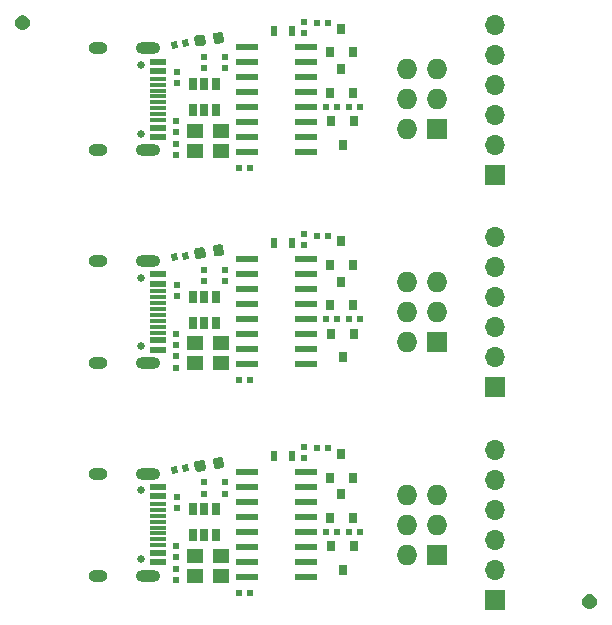
<source format=gts>
%MOIN*%
%OFA0B0*%
%FSLAX46Y46*%
%IPPOS*%
%LPD*%
%ADD10R,0.031496062992125991X0.035433070866141732*%
%ADD11O,0.068X0.068*%
%ADD12R,0.068X0.068*%
%ADD13O,0.066929133858267723X0.066929133858267723*%
%ADD14R,0.066929133858267723X0.066929133858267723*%
%ADD15R,0.055118110236220472X0.047244094488188976*%
%ADD16R,0.076771653543307089X0.023622047244094488*%
%ADD17R,0.025590551181102365X0.041732283464566935*%
%ADD18R,0.01968503937007874X0.023622047244094488*%
%ADD19C,0.0039370078740157488*%
%ADD20R,0.023622047244094488X0.01968503937007874*%
%ADD21R,0.057086614173228349X0.023622047244094488*%
%ADD22O,0.082677165354330714X0.03937007874015748*%
%ADD23O,0.062992125984251982X0.03937007874015748*%
%ADD24C,0.025590551181102365*%
%ADD25R,0.057086614173228349X0.011811023622047244*%
%ADD26R,0.023622047244094488X0.035433070866141732*%
%ADD37R,0.031496062992125991X0.035433070866141732*%
%ADD38O,0.068X0.068*%
%ADD39R,0.068X0.068*%
%ADD40O,0.066929133858267723X0.066929133858267723*%
%ADD41R,0.066929133858267723X0.066929133858267723*%
%ADD42R,0.055118110236220472X0.047244094488188976*%
%ADD43R,0.076771653543307089X0.023622047244094488*%
%ADD44R,0.025590551181102365X0.041732283464566935*%
%ADD45R,0.01968503937007874X0.023622047244094488*%
%ADD46C,0.0039370078740157488*%
%ADD47R,0.023622047244094488X0.01968503937007874*%
%ADD48R,0.057086614173228349X0.023622047244094488*%
%ADD49O,0.082677165354330714X0.03937007874015748*%
%ADD50O,0.062992125984251982X0.03937007874015748*%
%ADD51C,0.025590551181102365*%
%ADD52R,0.057086614173228349X0.011811023622047244*%
%ADD53R,0.023622047244094488X0.035433070866141732*%
%ADD54C,0.0039370078740157488*%
%ADD55C,0.0039370078740157488*%
%ADD56R,0.031496062992125991X0.035433070866141732*%
%ADD57O,0.068X0.068*%
%ADD58R,0.068X0.068*%
%ADD59O,0.066929133858267723X0.066929133858267723*%
%ADD60R,0.066929133858267723X0.066929133858267723*%
%ADD61R,0.055118110236220472X0.047244094488188976*%
%ADD62R,0.076771653543307089X0.023622047244094488*%
%ADD63R,0.025590551181102365X0.041732283464566935*%
%ADD64R,0.01968503937007874X0.023622047244094488*%
%ADD65C,0.0039370078740157488*%
%ADD66R,0.023622047244094488X0.01968503937007874*%
%ADD67R,0.057086614173228349X0.023622047244094488*%
%ADD68O,0.082677165354330714X0.03937007874015748*%
%ADD69O,0.062992125984251982X0.03937007874015748*%
%ADD70C,0.025590551181102365*%
%ADD71R,0.057086614173228349X0.011811023622047244*%
%ADD72R,0.023622047244094488X0.035433070866141732*%
D10*
X-0003700787Y0005669291D02*
X0001122047Y0001967519D03*
X0001159448Y0001888779D03*
X0001084645Y0001888779D03*
D11*
X0001340944Y0001832283D03*
X0001440944Y0001832283D03*
X0001340944Y0001732283D03*
X0001440944Y0001732283D03*
X0001340944Y0001632283D03*
D12*
X0001440944Y0001632283D03*
D13*
X0001633070Y0001980708D03*
X0001633070Y0001880708D03*
X0001633070Y0001780708D03*
X0001633070Y0001680708D03*
X0001633070Y0001580708D03*
D14*
X0001633070Y0001480708D03*
D15*
X0000720472Y0001561023D03*
X0000633858Y0001561023D03*
X0000633858Y0001627952D03*
X0000720472Y0001627952D03*
D16*
X0001002952Y0001907283D03*
X0001002952Y0001857283D03*
X0001002952Y0001807283D03*
X0001002952Y0001757283D03*
X0001002952Y0001707283D03*
X0001002952Y0001657283D03*
X0001002952Y0001607283D03*
X0001002952Y0001557283D03*
X0000808070Y0001557283D03*
X0000808070Y0001607283D03*
X0000808070Y0001657283D03*
X0000808070Y0001707283D03*
X0000808070Y0001757283D03*
X0000808070Y0001807283D03*
X0000808070Y0001857283D03*
X0000808070Y0001907283D03*
D17*
X0000665354Y0001783464D03*
X0000627952Y0001783464D03*
X0000702755Y0001783464D03*
X0000702755Y0001696850D03*
X0000665354Y0001696850D03*
X0000627952Y0001696850D03*
D18*
X0001077559Y0001986220D03*
X0001040551Y0001986220D03*
X0001071062Y0001707677D03*
X0001108070Y0001707677D03*
X0001182874Y0001707677D03*
X0001145866Y0001707677D03*
D19*
G36*
X0000574333Y0001927723D02*
G01*
X0000577825Y0001904361D01*
X0000558356Y0001901451D01*
X0000554864Y0001924814D01*
X0000574333Y0001927723D01*
G37*
G36*
X0000610934Y0001933193D02*
G01*
X0000614426Y0001909831D01*
X0000594957Y0001906921D01*
X0000591466Y0001930284D01*
X0000610934Y0001933193D01*
G37*
D20*
X0000570866Y0001660236D03*
X0000570866Y0001623228D03*
X0000574803Y0001786614D03*
X0000574803Y0001823622D03*
D10*
X0001122047Y0001833661D03*
X0001159448Y0001754921D03*
X0001084645Y0001754921D03*
X0001125984Y0001581692D03*
X0001088582Y0001660433D03*
X0001163385Y0001660433D03*
D21*
X0000511811Y0001826771D03*
X0000511811Y0001637795D03*
X0000511811Y0001606299D03*
X0000511811Y0001858267D03*
D22*
X0000475787Y0001902362D03*
X0000475787Y0001562204D03*
D23*
X0000311220Y0001902362D03*
X0000311220Y0001562204D03*
D24*
X0000454921Y0001618503D03*
X0000454921Y0001846062D03*
D21*
X0000511811Y0001606299D03*
X0000511811Y0001637795D03*
D25*
X0000511811Y0001663385D03*
X0000511811Y0001683070D03*
X0000511811Y0001702755D03*
X0000511811Y0001722440D03*
X0000511811Y0001742125D03*
X0000511811Y0001761811D03*
X0000511811Y0001781496D03*
X0000511811Y0001801181D03*
D21*
X0000511811Y0001826771D03*
X0000511811Y0001858267D03*
D19*
G36*
X0000720046Y0001957424D02*
G01*
X0000720875Y0001957260D01*
X0000721684Y0001957016D01*
X0000722465Y0001956693D01*
X0000723211Y0001956296D01*
X0000723914Y0001955827D01*
X0000724568Y0001955291D01*
X0000725167Y0001954694D01*
X0000725703Y0001954042D01*
X0000726174Y0001953339D01*
X0000726573Y0001952594D01*
X0000726897Y0001951814D01*
X0000727143Y0001951006D01*
X0000727309Y0001950177D01*
X0000730292Y0001930221D01*
X0000730375Y0001929380D01*
X0000730376Y0001928535D01*
X0000730294Y0001927694D01*
X0000730130Y0001926865D01*
X0000729886Y0001926056D01*
X0000729563Y0001925275D01*
X0000729166Y0001924529D01*
X0000728697Y0001923825D01*
X0000728162Y0001923172D01*
X0000727565Y0001922573D01*
X0000726912Y0001922036D01*
X0000726210Y0001921566D01*
X0000725465Y0001921167D01*
X0000724684Y0001920843D01*
X0000723876Y0001920596D01*
X0000723047Y0001920431D01*
X0000706012Y0001917885D01*
X0000705171Y0001917801D01*
X0000704326Y0001917800D01*
X0000703484Y0001917882D01*
X0000702655Y0001918046D01*
X0000701846Y0001918290D01*
X0000701065Y0001918613D01*
X0000700319Y0001919011D01*
X0000699616Y0001919479D01*
X0000698962Y0001920015D01*
X0000698364Y0001920612D01*
X0000697827Y0001921264D01*
X0000697357Y0001921967D01*
X0000696958Y0001922712D01*
X0000696633Y0001923492D01*
X0000696387Y0001924301D01*
X0000696221Y0001925129D01*
X0000693239Y0001945085D01*
X0000693155Y0001945926D01*
X0000693154Y0001946771D01*
X0000693236Y0001947612D01*
X0000693400Y0001948441D01*
X0000693645Y0001949250D01*
X0000693967Y0001950032D01*
X0000694365Y0001950777D01*
X0000694833Y0001951481D01*
X0000695369Y0001952134D01*
X0000695966Y0001952733D01*
X0000696619Y0001953270D01*
X0000697321Y0001953740D01*
X0000698066Y0001954139D01*
X0000698846Y0001954463D01*
X0000699655Y0001954710D01*
X0000700483Y0001954875D01*
X0000717519Y0001957421D01*
X0000718360Y0001957505D01*
X0000719205Y0001957506D01*
X0000720046Y0001957424D01*
G37*
G36*
X0000658719Y0001948259D02*
G01*
X0000659548Y0001948095D01*
X0000660357Y0001947850D01*
X0000661139Y0001947528D01*
X0000661884Y0001947130D01*
X0000662588Y0001946661D01*
X0000663241Y0001946126D01*
X0000663840Y0001945529D01*
X0000664377Y0001944876D01*
X0000664847Y0001944174D01*
X0000665246Y0001943429D01*
X0000665570Y0001942649D01*
X0000665817Y0001941840D01*
X0000665982Y0001941011D01*
X0000668965Y0001921056D01*
X0000669049Y0001920215D01*
X0000669050Y0001919370D01*
X0000668968Y0001918529D01*
X0000668804Y0001917699D01*
X0000668559Y0001916890D01*
X0000668237Y0001916109D01*
X0000667839Y0001915363D01*
X0000667370Y0001914660D01*
X0000666835Y0001914006D01*
X0000666238Y0001913408D01*
X0000665585Y0001912871D01*
X0000664883Y0001912401D01*
X0000664138Y0001912002D01*
X0000663357Y0001911677D01*
X0000662549Y0001911431D01*
X0000661720Y0001911265D01*
X0000644685Y0001908719D01*
X0000643844Y0001908636D01*
X0000642999Y0001908635D01*
X0000642158Y0001908717D01*
X0000641329Y0001908881D01*
X0000640520Y0001909125D01*
X0000639738Y0001909448D01*
X0000638993Y0001909845D01*
X0000638289Y0001910314D01*
X0000637635Y0001910849D01*
X0000637037Y0001911446D01*
X0000636500Y0001912099D01*
X0000636030Y0001912801D01*
X0000635631Y0001913546D01*
X0000635306Y0001914327D01*
X0000635060Y0001915135D01*
X0000634894Y0001915964D01*
X0000631912Y0001935920D01*
X0000631828Y0001936761D01*
X0000631827Y0001937606D01*
X0000631909Y0001938447D01*
X0000632073Y0001939276D01*
X0000632318Y0001940085D01*
X0000632640Y0001940866D01*
X0000633038Y0001941612D01*
X0000633507Y0001942315D01*
X0000634042Y0001942969D01*
X0000634639Y0001943567D01*
X0000635292Y0001944104D01*
X0000635994Y0001944575D01*
X0000636739Y0001944974D01*
X0000637520Y0001945298D01*
X0000638328Y0001945544D01*
X0000639157Y0001945710D01*
X0000656192Y0001948256D01*
X0000657033Y0001948340D01*
X0000657878Y0001948341D01*
X0000658719Y0001948259D01*
G37*
D20*
X0000732283Y0001872834D03*
X0000732283Y0001835826D03*
D18*
X0000780708Y0001503937D03*
X0000817716Y0001503937D03*
D20*
X0000570866Y0001584251D03*
X0000570866Y0001547244D03*
X0000998031Y0001990944D03*
X0000998031Y0001953936D03*
X0000665354Y0001872834D03*
X0000665354Y0001835826D03*
D26*
X0000897637Y0001960629D03*
X0000956692Y0001960629D03*
G04 next file*
G04 #@! TF.GenerationSoftware,KiCad,Pcbnew,5.1.5-52549c5~84~ubuntu19.10.1*
G04 #@! TF.CreationDate,2020-03-14T21:45:10+01:00*
G04 #@! TF.ProjectId,ESP-TC-PROG,4553502d-5443-42d5-9052-4f472e6b6963,rev?*
G04 #@! TF.SameCoordinates,Original*
G04 #@! TF.FileFunction,Soldermask,Top*
G04 #@! TF.FilePolarity,Negative*
G04 Gerber Fmt 4.6, Leading zero omitted, Abs format (unit mm)*
G04 Created by KiCad (PCBNEW 5.1.5-52549c5~84~ubuntu19.10.1) date 2020-03-14 21:45:10*
G04 APERTURE LIST*
G04 APERTURE END LIST*
D37*
X-0003700787Y0004251968D02*
X0001122047Y0000550196D03*
X0001159448Y0000471456D03*
X0001084645Y0000471456D03*
D38*
X0001340944Y0000414960D03*
X0001440944Y0000414960D03*
X0001340944Y0000314960D03*
X0001440944Y0000314960D03*
X0001340944Y0000214960D03*
D39*
X0001440944Y0000214960D03*
D40*
X0001633070Y0000563385D03*
X0001633070Y0000463385D03*
X0001633070Y0000363385D03*
X0001633070Y0000263385D03*
X0001633070Y0000163385D03*
D41*
X0001633070Y0000063385D03*
D42*
X0000720472Y0000143700D03*
X0000633858Y0000143700D03*
X0000633858Y0000210629D03*
X0000720472Y0000210629D03*
D43*
X0001002952Y0000489960D03*
X0001002952Y0000439960D03*
X0001002952Y0000389960D03*
X0001002952Y0000339960D03*
X0001002952Y0000289960D03*
X0001002952Y0000239960D03*
X0001002952Y0000189960D03*
X0001002952Y0000139960D03*
X0000808070Y0000139960D03*
X0000808070Y0000189960D03*
X0000808070Y0000239960D03*
X0000808070Y0000289960D03*
X0000808070Y0000339960D03*
X0000808070Y0000389960D03*
X0000808070Y0000439960D03*
X0000808070Y0000489960D03*
D44*
X0000665354Y0000366141D03*
X0000627952Y0000366141D03*
X0000702755Y0000366141D03*
X0000702755Y0000279527D03*
X0000665354Y0000279527D03*
X0000627952Y0000279527D03*
D45*
X0001077559Y0000568897D03*
X0001040551Y0000568897D03*
X0001071062Y0000290354D03*
X0001108070Y0000290354D03*
X0001182874Y0000290354D03*
X0001145866Y0000290354D03*
D46*
G36*
X0000574333Y0000510401D02*
G01*
X0000577825Y0000487038D01*
X0000558356Y0000484128D01*
X0000554864Y0000507491D01*
X0000574333Y0000510401D01*
G37*
G36*
X0000610934Y0000515871D02*
G01*
X0000614426Y0000492508D01*
X0000594957Y0000489598D01*
X0000591466Y0000512961D01*
X0000610934Y0000515871D01*
G37*
D47*
X0000570866Y0000242913D03*
X0000570866Y0000205905D03*
X0000574803Y0000369291D03*
X0000574803Y0000406299D03*
D37*
X0001122047Y0000416338D03*
X0001159448Y0000337598D03*
X0001084645Y0000337598D03*
X0001125984Y0000164370D03*
X0001088582Y0000243110D03*
X0001163385Y0000243110D03*
D48*
X0000511811Y0000409448D03*
X0000511811Y0000220472D03*
X0000511811Y0000188976D03*
X0000511811Y0000440944D03*
D49*
X0000475787Y0000485039D03*
X0000475787Y0000144881D03*
D50*
X0000311220Y0000485039D03*
X0000311220Y0000144881D03*
D51*
X0000454921Y0000201181D03*
X0000454921Y0000428740D03*
D48*
X0000511811Y0000188976D03*
X0000511811Y0000220472D03*
D52*
X0000511811Y0000246062D03*
X0000511811Y0000265748D03*
X0000511811Y0000285433D03*
X0000511811Y0000305118D03*
X0000511811Y0000324803D03*
X0000511811Y0000344488D03*
X0000511811Y0000364173D03*
X0000511811Y0000383858D03*
D48*
X0000511811Y0000409448D03*
X0000511811Y0000440944D03*
D46*
G36*
X0000720046Y0000540101D02*
G01*
X0000720875Y0000539937D01*
X0000721684Y0000539693D01*
X0000722465Y0000539370D01*
X0000723211Y0000538973D01*
X0000723914Y0000538504D01*
X0000724568Y0000537968D01*
X0000725167Y0000537371D01*
X0000725703Y0000536719D01*
X0000726174Y0000536017D01*
X0000726573Y0000535272D01*
X0000726897Y0000534491D01*
X0000727143Y0000533683D01*
X0000727309Y0000532854D01*
X0000730292Y0000512898D01*
X0000730375Y0000512057D01*
X0000730376Y0000511212D01*
X0000730294Y0000510371D01*
X0000730130Y0000509542D01*
X0000729886Y0000508733D01*
X0000729563Y0000507952D01*
X0000729166Y0000507206D01*
X0000728697Y0000506503D01*
X0000728162Y0000505849D01*
X0000727565Y0000505250D01*
X0000726912Y0000504714D01*
X0000726210Y0000504243D01*
X0000725465Y0000503844D01*
X0000724684Y0000503520D01*
X0000723876Y0000503274D01*
X0000723047Y0000503108D01*
X0000706012Y0000500562D01*
X0000705171Y0000500478D01*
X0000704326Y0000500477D01*
X0000703484Y0000500559D01*
X0000702655Y0000500723D01*
X0000701846Y0000500967D01*
X0000701065Y0000501290D01*
X0000700319Y0000501688D01*
X0000699616Y0000502156D01*
X0000698962Y0000502692D01*
X0000698364Y0000503289D01*
X0000697827Y0000503942D01*
X0000697357Y0000504644D01*
X0000696958Y0000505389D01*
X0000696633Y0000506169D01*
X0000696387Y0000506978D01*
X0000696221Y0000507806D01*
X0000693239Y0000527762D01*
X0000693155Y0000528603D01*
X0000693154Y0000529448D01*
X0000693236Y0000530289D01*
X0000693400Y0000531119D01*
X0000693645Y0000531927D01*
X0000693967Y0000532709D01*
X0000694365Y0000533455D01*
X0000694833Y0000534158D01*
X0000695369Y0000534812D01*
X0000695966Y0000535410D01*
X0000696619Y0000535947D01*
X0000697321Y0000536417D01*
X0000698066Y0000536816D01*
X0000698846Y0000537141D01*
X0000699655Y0000537387D01*
X0000700483Y0000537553D01*
X0000717519Y0000540099D01*
X0000718360Y0000540182D01*
X0000719205Y0000540183D01*
X0000720046Y0000540101D01*
G37*
G36*
X0000658719Y0000530936D02*
G01*
X0000659548Y0000530772D01*
X0000660357Y0000530528D01*
X0000661139Y0000530205D01*
X0000661884Y0000529807D01*
X0000662588Y0000529339D01*
X0000663241Y0000528803D01*
X0000663840Y0000528206D01*
X0000664377Y0000527553D01*
X0000664847Y0000526851D01*
X0000665246Y0000526106D01*
X0000665570Y0000525326D01*
X0000665817Y0000524517D01*
X0000665982Y0000523689D01*
X0000668965Y0000503733D01*
X0000669049Y0000502892D01*
X0000669050Y0000502047D01*
X0000668968Y0000501206D01*
X0000668804Y0000500377D01*
X0000668559Y0000499567D01*
X0000668237Y0000498786D01*
X0000667839Y0000498041D01*
X0000667370Y0000497337D01*
X0000666835Y0000496683D01*
X0000666238Y0000496085D01*
X0000665585Y0000495548D01*
X0000664883Y0000495078D01*
X0000664138Y0000494679D01*
X0000663357Y0000494354D01*
X0000662549Y0000494108D01*
X0000661720Y0000493942D01*
X0000644685Y0000491396D01*
X0000643844Y0000491313D01*
X0000642999Y0000491312D01*
X0000642158Y0000491394D01*
X0000641329Y0000491558D01*
X0000640520Y0000491802D01*
X0000639738Y0000492125D01*
X0000638993Y0000492522D01*
X0000638289Y0000492991D01*
X0000637635Y0000493527D01*
X0000637037Y0000494124D01*
X0000636500Y0000494776D01*
X0000636030Y0000495478D01*
X0000635631Y0000496223D01*
X0000635306Y0000497004D01*
X0000635060Y0000497812D01*
X0000634894Y0000498641D01*
X0000631912Y0000518597D01*
X0000631828Y0000519438D01*
X0000631827Y0000520283D01*
X0000631909Y0000521124D01*
X0000632073Y0000521953D01*
X0000632318Y0000522762D01*
X0000632640Y0000523543D01*
X0000633038Y0000524289D01*
X0000633507Y0000524992D01*
X0000634042Y0000525646D01*
X0000634639Y0000526245D01*
X0000635292Y0000526781D01*
X0000635994Y0000527252D01*
X0000636739Y0000527651D01*
X0000637520Y0000527975D01*
X0000638328Y0000528221D01*
X0000639157Y0000528387D01*
X0000656192Y0000530933D01*
X0000657033Y0000531017D01*
X0000657878Y0000531018D01*
X0000658719Y0000530936D01*
G37*
D47*
X0000732283Y0000455511D03*
X0000732283Y0000418503D03*
D45*
X0000780708Y0000086614D03*
X0000817716Y0000086614D03*
D47*
X0000570866Y0000166929D03*
X0000570866Y0000129921D03*
X0000998031Y0000573622D03*
X0000998031Y0000536614D03*
X0000665354Y0000455511D03*
X0000665354Y0000418503D03*
D53*
X0000897637Y0000543307D03*
X0000956692Y0000543307D03*
G04 next file*
G04 #@! TF.GenerationSoftware,KiCad,Pcbnew,5.1.5-52549c5~84~ubuntu19.10.1*
G04 #@! TF.CreationDate,2020-03-14T22:11:12+01:00*
G04 #@! TF.ProjectId,edgerail,65646765-7261-4696-9c2e-6b696361645f,rev?*
G04 #@! TF.SameCoordinates,Original*
G04 #@! TF.FileFunction,Soldermask,Top*
G04 #@! TF.FilePolarity,Negative*
G04 Gerber Fmt 4.6, Leading zero omitted, Abs format (unit mm)*
G04 Created by KiCad (PCBNEW 5.1.5-52549c5~84~ubuntu19.10.1) date 2020-03-14 22:11:12*
G04 APERTURE LIST*
G04 APERTURE END LIST*
D54*
G36*
X0000063870Y0002012399D02*
G01*
X0000066255Y0002011925D01*
X0000068501Y0002010994D01*
X0000070747Y0002010064D01*
X0000074790Y0002007363D01*
X0000078229Y0002003924D01*
X0000080930Y0001999881D01*
X0000082791Y0001995389D01*
X0000083740Y0001990620D01*
X0000083740Y0001985757D01*
X0000082791Y0001980988D01*
X0000080930Y0001976496D01*
X0000078229Y0001972453D01*
X0000074790Y0001969014D01*
X0000070747Y0001966313D01*
X0000068501Y0001965382D01*
X0000066255Y0001964452D01*
X0000063870Y0001963978D01*
X0000061486Y0001963503D01*
X0000056623Y0001963503D01*
X0000054239Y0001963978D01*
X0000051854Y0001964452D01*
X0000049608Y0001965382D01*
X0000047362Y0001966313D01*
X0000043319Y0001969014D01*
X0000039880Y0001972453D01*
X0000037179Y0001976496D01*
X0000035318Y0001980988D01*
X0000034370Y0001985757D01*
X0000034370Y0001990620D01*
X0000035318Y0001995389D01*
X0000037179Y0001999881D01*
X0000039880Y0002003924D01*
X0000043319Y0002007363D01*
X0000047362Y0002010064D01*
X0000049608Y0002010994D01*
X0000051854Y0002011925D01*
X0000054239Y0002012399D01*
X0000056623Y0002012874D01*
X0000061486Y0002012874D01*
X0000063870Y0002012399D01*
G37*
G04 next file*
G04 #@! TF.GenerationSoftware,KiCad,Pcbnew,5.1.5-52549c5~84~ubuntu19.10.1*
G04 #@! TF.CreationDate,2020-03-14T22:11:12+01:00*
G04 #@! TF.ProjectId,edgerail,65646765-7261-4696-9c2e-6b696361645f,rev?*
G04 #@! TF.SameCoordinates,Original*
G04 #@! TF.FileFunction,Soldermask,Top*
G04 #@! TF.FilePolarity,Negative*
G04 Gerber Fmt 4.6, Leading zero omitted, Abs format (unit mm)*
G04 Created by KiCad (PCBNEW 5.1.5-52549c5~84~ubuntu19.10.1) date 2020-03-14 22:11:12*
G04 APERTURE LIST*
G04 APERTURE END LIST*
D55*
G36*
X0001944003Y0000034844D02*
G01*
X0001941618Y0000035318D01*
X0001939372Y0000036249D01*
X0001937126Y0000037179D01*
X0001933083Y0000039880D01*
X0001929644Y0000043319D01*
X0001926943Y0000047362D01*
X0001925082Y0000051854D01*
X0001924133Y0000056623D01*
X0001924133Y0000061486D01*
X0001925082Y0000066255D01*
X0001926943Y0000070747D01*
X0001929644Y0000074790D01*
X0001933083Y0000078229D01*
X0001937126Y0000080930D01*
X0001939372Y0000081861D01*
X0001941618Y0000082791D01*
X0001944003Y0000083265D01*
X0001946387Y0000083740D01*
X0001951250Y0000083740D01*
X0001953634Y0000083265D01*
X0001956019Y0000082791D01*
X0001958265Y0000081861D01*
X0001960511Y0000080930D01*
X0001964554Y0000078229D01*
X0001967993Y0000074790D01*
X0001970694Y0000070747D01*
X0001972555Y0000066255D01*
X0001973503Y0000061486D01*
X0001973503Y0000056623D01*
X0001972555Y0000051854D01*
X0001970694Y0000047362D01*
X0001967993Y0000043319D01*
X0001964554Y0000039880D01*
X0001960511Y0000037179D01*
X0001958265Y0000036249D01*
X0001956019Y0000035318D01*
X0001953634Y0000034844D01*
X0001951250Y0000034370D01*
X0001946387Y0000034370D01*
X0001944003Y0000034844D01*
G37*
G04 next file*
G04 #@! TF.GenerationSoftware,KiCad,Pcbnew,5.1.5-52549c5~84~ubuntu19.10.1*
G04 #@! TF.CreationDate,2020-03-14T21:45:10+01:00*
G04 #@! TF.ProjectId,ESP-TC-PROG,4553502d-5443-42d5-9052-4f472e6b6963,rev?*
G04 #@! TF.SameCoordinates,Original*
G04 #@! TF.FileFunction,Soldermask,Top*
G04 #@! TF.FilePolarity,Negative*
G04 Gerber Fmt 4.6, Leading zero omitted, Abs format (unit mm)*
G04 Created by KiCad (PCBNEW 5.1.5-52549c5~84~ubuntu19.10.1) date 2020-03-14 21:45:10*
G04 APERTURE LIST*
G04 APERTURE END LIST*
D56*
X-0003700787Y0004960629D02*
X0001122047Y0001258858D03*
X0001159448Y0001180118D03*
X0001084645Y0001180118D03*
D57*
X0001340944Y0001123622D03*
X0001440944Y0001123622D03*
X0001340944Y0001023622D03*
X0001440944Y0001023622D03*
X0001340944Y0000923622D03*
D58*
X0001440944Y0000923622D03*
D59*
X0001633070Y0001272047D03*
X0001633070Y0001172047D03*
X0001633070Y0001072047D03*
X0001633070Y0000972047D03*
X0001633070Y0000872047D03*
D60*
X0001633070Y0000772047D03*
D61*
X0000720472Y0000852362D03*
X0000633858Y0000852362D03*
X0000633858Y0000919291D03*
X0000720472Y0000919291D03*
D62*
X0001002952Y0001198622D03*
X0001002952Y0001148622D03*
X0001002952Y0001098622D03*
X0001002952Y0001048622D03*
X0001002952Y0000998622D03*
X0001002952Y0000948622D03*
X0001002952Y0000898622D03*
X0001002952Y0000848622D03*
X0000808070Y0000848622D03*
X0000808070Y0000898622D03*
X0000808070Y0000948622D03*
X0000808070Y0000998622D03*
X0000808070Y0001048622D03*
X0000808070Y0001098622D03*
X0000808070Y0001148622D03*
X0000808070Y0001198622D03*
D63*
X0000665354Y0001074803D03*
X0000627952Y0001074803D03*
X0000702755Y0001074803D03*
X0000702755Y0000988188D03*
X0000665354Y0000988188D03*
X0000627952Y0000988188D03*
D64*
X0001077559Y0001277559D03*
X0001040551Y0001277559D03*
X0001071062Y0000999015D03*
X0001108070Y0000999015D03*
X0001182874Y0000999015D03*
X0001145866Y0000999015D03*
D65*
G36*
X0000574333Y0001219062D02*
G01*
X0000577825Y0001195699D01*
X0000558356Y0001192790D01*
X0000554864Y0001216152D01*
X0000574333Y0001219062D01*
G37*
G36*
X0000610934Y0001224532D02*
G01*
X0000614426Y0001201170D01*
X0000594957Y0001198260D01*
X0000591466Y0001221622D01*
X0000610934Y0001224532D01*
G37*
D66*
X0000570866Y0000951574D03*
X0000570866Y0000914566D03*
X0000574803Y0001077952D03*
X0000574803Y0001114960D03*
D56*
X0001122047Y0001125000D03*
X0001159448Y0001046259D03*
X0001084645Y0001046259D03*
X0001125984Y0000873031D03*
X0001088582Y0000951771D03*
X0001163385Y0000951771D03*
D67*
X0000511811Y0001118110D03*
X0000511811Y0000929133D03*
X0000511811Y0000897637D03*
X0000511811Y0001149606D03*
D68*
X0000475787Y0001193700D03*
X0000475787Y0000853543D03*
D69*
X0000311220Y0001193700D03*
X0000311220Y0000853543D03*
D70*
X0000454921Y0000909842D03*
X0000454921Y0001137401D03*
D67*
X0000511811Y0000897637D03*
X0000511811Y0000929133D03*
D71*
X0000511811Y0000954724D03*
X0000511811Y0000974409D03*
X0000511811Y0000994094D03*
X0000511811Y0001013779D03*
X0000511811Y0001033464D03*
X0000511811Y0001053149D03*
X0000511811Y0001072834D03*
X0000511811Y0001092519D03*
D67*
X0000511811Y0001118110D03*
X0000511811Y0001149606D03*
D65*
G36*
X0000720046Y0001248763D02*
G01*
X0000720875Y0001248599D01*
X0000721684Y0001248354D01*
X0000722465Y0001248032D01*
X0000723211Y0001247634D01*
X0000723914Y0001247165D01*
X0000724568Y0001246630D01*
X0000725167Y0001246033D01*
X0000725703Y0001245380D01*
X0000726174Y0001244678D01*
X0000726573Y0001243933D01*
X0000726897Y0001243153D01*
X0000727143Y0001242344D01*
X0000727309Y0001241515D01*
X0000730292Y0001221560D01*
X0000730375Y0001220719D01*
X0000730376Y0001219874D01*
X0000730294Y0001219032D01*
X0000730130Y0001218203D01*
X0000729886Y0001217394D01*
X0000729563Y0001216613D01*
X0000729166Y0001215867D01*
X0000728697Y0001215164D01*
X0000728162Y0001214510D01*
X0000727565Y0001213912D01*
X0000726912Y0001213375D01*
X0000726210Y0001212905D01*
X0000725465Y0001212505D01*
X0000724684Y0001212181D01*
X0000723876Y0001211935D01*
X0000723047Y0001211769D01*
X0000706012Y0001209223D01*
X0000705171Y0001209139D01*
X0000704326Y0001209139D01*
X0000703484Y0001209221D01*
X0000702655Y0001209385D01*
X0000701846Y0001209629D01*
X0000701065Y0001209952D01*
X0000700319Y0001210349D01*
X0000699616Y0001210818D01*
X0000698962Y0001211353D01*
X0000698364Y0001211950D01*
X0000697827Y0001212603D01*
X0000697357Y0001213305D01*
X0000696958Y0001214050D01*
X0000696633Y0001214831D01*
X0000696387Y0001215639D01*
X0000696221Y0001216468D01*
X0000693239Y0001236423D01*
X0000693155Y0001237264D01*
X0000693154Y0001238110D01*
X0000693236Y0001238951D01*
X0000693400Y0001239780D01*
X0000693645Y0001240589D01*
X0000693967Y0001241370D01*
X0000694365Y0001242116D01*
X0000694833Y0001242819D01*
X0000695369Y0001243473D01*
X0000695966Y0001244071D01*
X0000696619Y0001244608D01*
X0000697321Y0001245078D01*
X0000698066Y0001245478D01*
X0000698846Y0001245802D01*
X0000699655Y0001246048D01*
X0000700483Y0001246214D01*
X0000717519Y0001248760D01*
X0000718360Y0001248844D01*
X0000719205Y0001248845D01*
X0000720046Y0001248763D01*
G37*
G36*
X0000658719Y0001239597D02*
G01*
X0000659548Y0001239433D01*
X0000660357Y0001239189D01*
X0000661139Y0001238866D01*
X0000661884Y0001238469D01*
X0000662588Y0001238000D01*
X0000663241Y0001237465D01*
X0000663840Y0001236868D01*
X0000664377Y0001236215D01*
X0000664847Y0001235513D01*
X0000665246Y0001234768D01*
X0000665570Y0001233987D01*
X0000665817Y0001233179D01*
X0000665982Y0001232350D01*
X0000668965Y0001212394D01*
X0000669049Y0001211553D01*
X0000669050Y0001210708D01*
X0000668968Y0001209867D01*
X0000668804Y0001209038D01*
X0000668559Y0001208229D01*
X0000668237Y0001207448D01*
X0000667839Y0001206702D01*
X0000667370Y0001205999D01*
X0000666835Y0001205345D01*
X0000666238Y0001204747D01*
X0000665585Y0001204210D01*
X0000664883Y0001203739D01*
X0000664138Y0001203340D01*
X0000663357Y0001203016D01*
X0000662549Y0001202770D01*
X0000661720Y0001202604D01*
X0000644685Y0001200058D01*
X0000643844Y0001199974D01*
X0000642999Y0001199973D01*
X0000642158Y0001200055D01*
X0000641329Y0001200219D01*
X0000640520Y0001200464D01*
X0000639738Y0001200786D01*
X0000638993Y0001201184D01*
X0000638289Y0001201652D01*
X0000637635Y0001202188D01*
X0000637037Y0001202785D01*
X0000636500Y0001203438D01*
X0000636030Y0001204140D01*
X0000635631Y0001204885D01*
X0000635306Y0001205665D01*
X0000635060Y0001206474D01*
X0000634894Y0001207303D01*
X0000631912Y0001227258D01*
X0000631828Y0001228099D01*
X0000631827Y0001228944D01*
X0000631909Y0001229785D01*
X0000632073Y0001230615D01*
X0000632318Y0001231424D01*
X0000632640Y0001232205D01*
X0000633038Y0001232951D01*
X0000633507Y0001233654D01*
X0000634042Y0001234308D01*
X0000634639Y0001234906D01*
X0000635292Y0001235443D01*
X0000635994Y0001235913D01*
X0000636739Y0001236312D01*
X0000637520Y0001236637D01*
X0000638328Y0001236883D01*
X0000639157Y0001237049D01*
X0000656192Y0001239595D01*
X0000657033Y0001239678D01*
X0000657878Y0001239679D01*
X0000658719Y0001239597D01*
G37*
D66*
X0000732283Y0001164173D03*
X0000732283Y0001127165D03*
D64*
X0000780708Y0000795275D03*
X0000817716Y0000795275D03*
D66*
X0000570866Y0000875590D03*
X0000570866Y0000838582D03*
X0000998031Y0001282283D03*
X0000998031Y0001245275D03*
X0000665354Y0001164173D03*
X0000665354Y0001127165D03*
D72*
X0000897637Y0001251968D03*
X0000956692Y0001251968D03*
M02*
</source>
